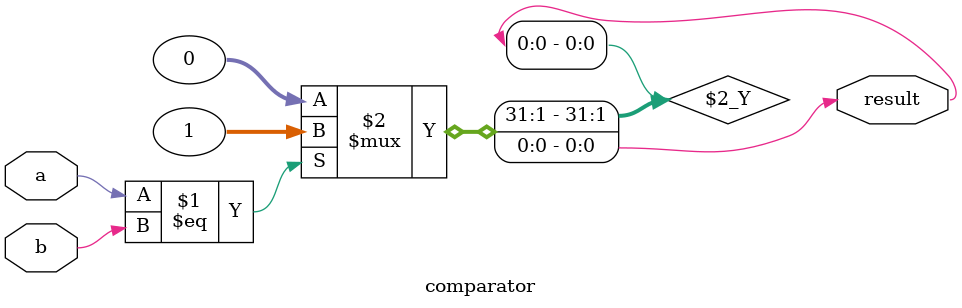
<source format=sv>
/* MODIFY. The cache datapath. It contains the data,
valid, dirty, tag, and LRU arrays, comparators, muxes,
logic gates and other supporting logic. */

module cache_datapath #(
    parameter s_offset = 5,
    parameter s_index  = 3,
    parameter s_tag    = 32 - s_offset - s_index,
    parameter s_mask   = 2**s_offset,
    parameter s_line   = 8*s_mask,
    parameter num_sets = 2**s_index
)
(
    input clk, 
    input rst,

    // ports to cpu 
    input logic [31:0] mem_address,

    // ports to bus adapter 
    input [255:0] mem_wdata256,
    input [31:0] mem_byte_enable256,
    output [255:0] mem_rdata256,

    // outputs to cacheline adaptor
    output [255:0] pmem_wdata, 

    // inputs from cacheline adaptor
    input [255:0] pmem_rdata,

    // control signals from fsm
    input logic ld_valid, ld_tag, ld_dirty, ld_lru, ld_data,
    input logic load_cpu, load_pmem,
    input logic rd_valid, rd_tag, rd_dirty, rd_lru, rd_data,
    input logic datain_mux_sel, // control logic will determine where data needs to come form
    input logic dirty_in, valid_in,


    // control signals to fsm
    output logic dirty,
    output logic hit
);

// array instantiations for storing the metadata and memory data
logic [23:0] tag;
logic [2:0] index;

/* mux select values */
logic dataout_mux_sel;

/* outputs for each metadata array */
logic valid_1_o, tag_1_o, dirty_1_o;
logic valid_0_o, tag_0_o, dirty_0_o;
logic lru_out;

logic [s_line-1:0] datain, dataout, dataout_0, dataout_1;
logic [s_tag-1:0] tag_in;
logic lru_in;
logic [s_mask-1:0] write_en_1, write_en_0;
logic ld_way0, ld_way1;

logic hit1, hit0, tag1_cmp, tag0_cmp;

/* control signals for each way */
logic ld_valid1, ld_valid0;
logic ld_tag1, ld_tag0;
logic ld_dirty1, ld_dirty0;

assign tag = mem_address[31:8]; 
assign index = mem_address[7:5];

assign write_en_1 = (ld_way1 && ld_data) ? mem_byte_enable256 : 32'b0;
assign write_en_0 = (ld_way0 && ld_data) ? mem_byte_enable256 : 32'b0;

assign ld_way1 = lru_out;
assign ld_way0 = ~(lru_out);

/* assignments to save on typing later */
assign ld_valid0 = ld_valid & ld_way0;
assign ld_tag0 = ld_tag & ld_way0;
assign ld_dirty0 = ld_dirty & ld_way0;

assign ld_valid1 = ld_valid & ld_way1;
assign ld_tag1 = ld_tag & ld_way1;
assign ld_dirty1 = ld_dirty & ld_way1;

assign mem_rdata256 = load_cpu ? dataout : 256'bZ;
assign pmem_wdata_cache = load_pmem ? dataout : 256'bZ;

/* this will select the other way as lru on each read/write */
assign lru_in = ~(lru_out);

/* comparators and assignments to check for a hit/miss */
comparator #(.width(s_tag)) tag1_check
(
    .a(tag), .b(tag_1_o), .result(tag1_cmp)
);

comparator #(.width(s_tag)) tag0_check
(
    .a(tag), .b(tag_0_o), .result(tag0_cmp)
);

assign hit1 = valid_1_o & tag1_cmp;
assign hit0 = valid_0_o & tag0_cmp;
assign hit = hit1 & hit0; 
assign dirty = dirty_1_o | dirty_0_o;

array valid0
(
    .*, .read(rd_valid), .load(ld_valid0), 
    .rindex(index), .windex(index), 
    .datain(valid_in), .dataout(valid_0_o)
);

array valid1
(
    .*, 
    .read(rd_valid), .load(ld_valid1), 
    .rindex(index), .windex(index), 
    .datain(valid_in), .dataout(valid_1_o)
);

array dirty0
(
    .*, 
    .read(rd_dirty), .load(ld_dirty0), 
    .rindex(index), .windex(index), 
    .datain(dirty_in), .dataout(dirty_0_o)
);
array dirty1
(
    .*, 
    .read(rd_dirty), .load(ld_dirty1), 
    .rindex(index), .windex(index), 
    .datain(dirty_in), .dataout(dirty_1_o)
);

array #(.width(s_tag)) tag0
(
    .*, 
    .read(rd_tag), .load(ld_tag0), 
    .rindex(index), .windex(index), 
    .datain(tag_in), .dataout(tag_0_o)
);
array #(.width(s_tag)) tag1
(
    .*, 
    .read(rd_tag), .load(ld_tag1), 
    .rindex(index), .windex(index), 
    .datain(tag_in), .dataout(tag_1_o)
);

array lru
(
    .*, 
    .read(rd_lru), .load(ld_lru), 
    .rindex(index), .windex(index), 
    .datain(lru_in), .dataout(lru_out)
);

/* data array instantiation */
data_array way0
(
    .*, 
    .read(rd_data), .write_en(write_en_0),
    .rindex(index), .windex(index),
    .datain(datain), .dataout(dataout_0)
);

data_array way1
(
    .*, 
    .read(rd_data), .write_en(write_en_1),
    .rindex(index), .windex(index),
    .datain(datain), .dataout(dataout_1)
);

/* logic for the muxes in the datapath */
always_comb begin : mux_logic
    unique case(datain_mux_sel)
        1'b0: datain = pmem_rdata;
        1'b1: datain = mem_wdata256;
    endcase

    unique case(dataout_mux_sel)
        1'b0: dataout = dataout_0;
        1'b1: dataout = dataout_1;
    endcase
end : mux_logic

endmodule : cache_datapath

/********** extra modules for readability and compartmentalizing **********/
/* comparator module for if we need it */
module comparator #(
    parameter width = 1
)
(
    a, b,
    result
);
    input logic [width-1:0] a, b;
    output logic result;
    assign result = (a == b) ? 1 : 0;

endmodule : comparator 
</source>
